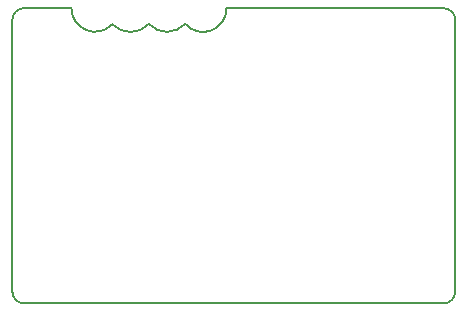
<source format=gbr>
G04 #@! TF.GenerationSoftware,KiCad,Pcbnew,5.0.2-bee76a0~70~ubuntu18.04.1*
G04 #@! TF.CreationDate,2019-08-13T19:21:40+01:00*
G04 #@! TF.ProjectId,SOICbite_USB,534f4943-6269-4746-955f-5553422e6b69,rev?*
G04 #@! TF.SameCoordinates,Original*
G04 #@! TF.FileFunction,Profile,NP*
%FSLAX46Y46*%
G04 Gerber Fmt 4.6, Leading zero omitted, Abs format (unit mm)*
G04 Created by KiCad (PCBNEW 5.0.2-bee76a0~70~ubuntu18.04.1) date Tue 13 Aug 2019 19:21:40 BST*
%MOMM*%
%LPD*%
G01*
G04 APERTURE LIST*
%ADD10C,0.150000*%
%ADD11C,0.200000*%
G04 APERTURE END LIST*
D10*
X106000000Y-108500000D02*
G75*
G02X105000000Y-107500000I0J1000000D01*
G01*
X142500000Y-107500000D02*
G75*
G02X141500000Y-108500000I-1000000J0D01*
G01*
X141500000Y-83500000D02*
G75*
G02X142500000Y-84500000I0J-1000000D01*
G01*
X123127688Y-83499929D02*
G75*
G02X119643029Y-84833495I-1984659J-33566D01*
G01*
X119643029Y-84833495D02*
G75*
G02X116552570Y-84849066I-1552570J1449066D01*
G01*
X116552570Y-84849066D02*
G75*
G02X113462111Y-84864637I-1552570J1449066D01*
G01*
X106000000Y-83500000D02*
X110000000Y-83500000D01*
X113462111Y-84864637D02*
G75*
G02X110000000Y-83500000I-1462111J1364637D01*
G01*
X105000000Y-84500000D02*
G75*
G02X106000000Y-83500000I1000000J0D01*
G01*
D11*
X105000000Y-107500000D02*
X105000000Y-84500000D01*
X141500000Y-108500000D02*
X106000000Y-108500000D01*
X142500000Y-84500000D02*
X142500000Y-107500000D01*
X123100000Y-83500000D02*
X141500000Y-83500000D01*
M02*

</source>
